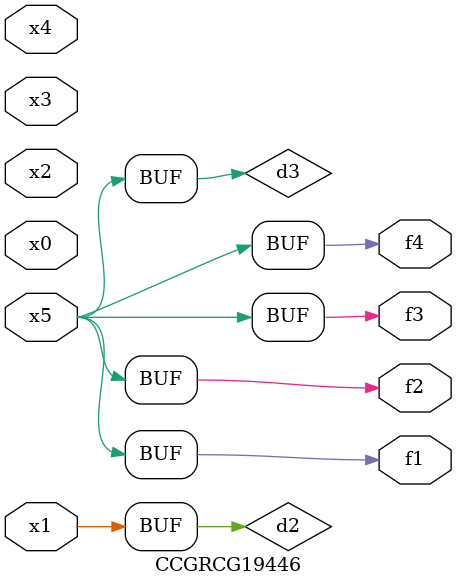
<source format=v>
module CCGRCG19446(
	input x0, x1, x2, x3, x4, x5,
	output f1, f2, f3, f4
);

	wire d1, d2, d3;

	not (d1, x5);
	or (d2, x1);
	xnor (d3, d1);
	assign f1 = d3;
	assign f2 = d3;
	assign f3 = d3;
	assign f4 = d3;
endmodule

</source>
